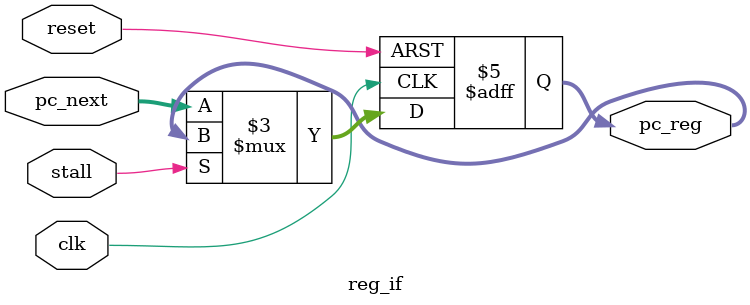
<source format=sv>
module reg_if #(parameter ADDR_WIDTH = 64)(
    input  wire                  clk,
    input  wire                  reset,
    input  wire                  stall,
    input  wire [ADDR_WIDTH-1:0] pc_next,
    output reg  [ADDR_WIDTH-1:0] pc_reg,
);
    localparam RESET_ADDR = {ADDR_WIDTH{1'b0}};

    always_ff @(posedge clk or posedge reset) begin
        if (reset) begin
            pc_reg <= RESET_ADDR;
        end
        else if (stall) begin
            pc_reg <= pc_reg;
        end
        else begin
            pc_reg <= pc_next;
        end
    end
endmodule
</source>
